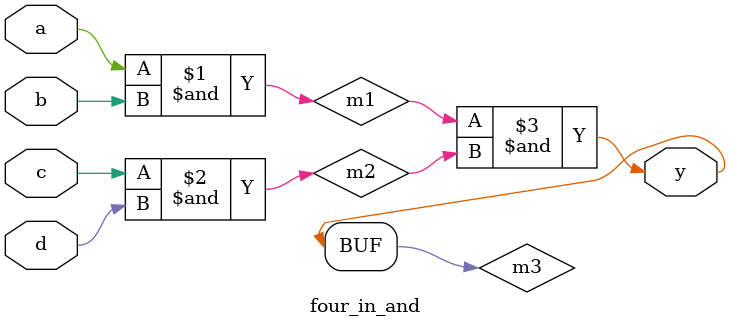
<source format=v>
module four_in_and(input a,b,c,d, output y);
	wire m1,m2,m3;
	and g1(m1,a,b);
	and g2(m2,c,d);
	and g3(m3,m1,m2);
	
	assign y = m3;
	
endmodule

</source>
